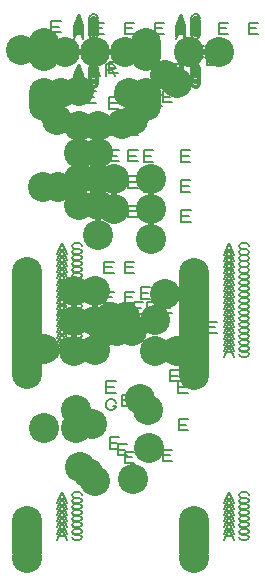
<source format=gbr>
G04 DesignSpark PCB PRO Gerber Version 10.0 Build 5299*
G04 #@! TF.Part,Single*
G04 #@! TF.FileFunction,Drillmap*
G04 #@! TF.FilePolarity,Positive*
%FSLAX35Y35*%
%MOIN*%
%ADD13C,0.00500*%
G04 #@! TA.AperFunction,WasherPad*
%ADD78C,0.10000*%
G04 #@! TD.AperFunction*
X0Y0D02*
D02*
D13*
X34284Y191526D02*
Y195276D01*
X37409D01*
X36784Y193401D02*
X34284D01*
Y191526D02*
X37409D01*
X36255Y22198D02*
X37817Y25948D01*
X39380Y22198D01*
X36880Y23760D02*
X38755D01*
X41255Y23135D02*
X41567Y22510D01*
X42192Y22198D01*
X43442D01*
X44067Y22510D01*
X44380Y23135D01*
X44067Y23760D01*
X43442Y24073D01*
X42192D01*
X41567Y24385D01*
X41255Y25010D01*
X41567Y25635D01*
X42192Y25948D01*
X43442D01*
X44067Y25635D01*
X44380Y25010D01*
X36255Y24415D02*
X37817Y28165D01*
X39380Y24415D01*
X36880Y25977D02*
X38755D01*
X41255Y25352D02*
X41567Y24727D01*
X42192Y24415D01*
X43442D01*
X44067Y24727D01*
X44380Y25352D01*
X44067Y25977D01*
X43442Y26290D01*
X42192D01*
X41567Y26602D01*
X41255Y27227D01*
X41567Y27852D01*
X42192Y28165D01*
X43442D01*
X44067Y27852D01*
X44380Y27227D01*
X36255Y26512D02*
X37817Y30262D01*
X39380Y26512D01*
X36880Y28075D02*
X38755D01*
X41255Y27450D02*
X41567Y26825D01*
X42192Y26512D01*
X43442D01*
X44067Y26825D01*
X44380Y27450D01*
X44067Y28075D01*
X43442Y28387D01*
X42192D01*
X41567Y28700D01*
X41255Y29325D01*
X41567Y29950D01*
X42192Y30262D01*
X43442D01*
X44067Y29950D01*
X44380Y29325D01*
X36255Y28512D02*
X37817Y32262D01*
X39380Y28512D01*
X36880Y30075D02*
X38755D01*
X41255Y29450D02*
X41567Y28825D01*
X42192Y28512D01*
X43442D01*
X44067Y28825D01*
X44380Y29450D01*
X44067Y30075D01*
X43442Y30387D01*
X42192D01*
X41567Y30700D01*
X41255Y31325D01*
X41567Y31950D01*
X42192Y32262D01*
X43442D01*
X44067Y31950D01*
X44380Y31325D01*
X36255Y30512D02*
X37817Y34262D01*
X39380Y30512D01*
X36880Y32075D02*
X38755D01*
X41255Y31450D02*
X41567Y30825D01*
X42192Y30512D01*
X43442D01*
X44067Y30825D01*
X44380Y31450D01*
X44067Y32075D01*
X43442Y32387D01*
X42192D01*
X41567Y32700D01*
X41255Y33325D01*
X41567Y33950D01*
X42192Y34262D01*
X43442D01*
X44067Y33950D01*
X44380Y33325D01*
X36255Y32512D02*
X37817Y36262D01*
X39380Y32512D01*
X36880Y34075D02*
X38755D01*
X41255Y33450D02*
X41567Y32825D01*
X42192Y32512D01*
X43442D01*
X44067Y32825D01*
X44380Y33450D01*
X44067Y34075D01*
X43442Y34387D01*
X42192D01*
X41567Y34700D01*
X41255Y35325D01*
X41567Y35950D01*
X42192Y36262D01*
X43442D01*
X44067Y35950D01*
X44380Y35325D01*
X36255Y34512D02*
X37817Y38262D01*
X39380Y34512D01*
X36880Y36075D02*
X38755D01*
X41255Y35450D02*
X41567Y34825D01*
X42192Y34512D01*
X43442D01*
X44067Y34825D01*
X44380Y35450D01*
X44067Y36075D01*
X43442Y36387D01*
X42192D01*
X41567Y36700D01*
X41255Y37325D01*
X41567Y37950D01*
X42192Y38262D01*
X43442D01*
X44067Y37950D01*
X44380Y37325D01*
X36255Y83369D02*
X37817Y87119D01*
X39380Y83369D01*
X36880Y84931D02*
X38755D01*
X41255Y84307D02*
X41567Y83681D01*
X42192Y83369D01*
X43442D01*
X44067Y83681D01*
X44380Y84307D01*
X44067Y84931D01*
X43442Y85244D01*
X42192D01*
X41567Y85557D01*
X41255Y86181D01*
X41567Y86807D01*
X42192Y87119D01*
X43442D01*
X44067Y86807D01*
X44380Y86181D01*
X36255Y85467D02*
X37817Y89217D01*
X39380Y85467D01*
X36880Y87029D02*
X38755D01*
X41255Y86404D02*
X41567Y85779D01*
X42192Y85467D01*
X43442D01*
X44067Y85779D01*
X44380Y86404D01*
X44067Y87029D01*
X43442Y87342D01*
X42192D01*
X41567Y87654D01*
X41255Y88279D01*
X41567Y88904D01*
X42192Y89217D01*
X43442D01*
X44067Y88904D01*
X44380Y88279D01*
X36255Y87467D02*
X37817Y91217D01*
X39380Y87467D01*
X36880Y89029D02*
X38755D01*
X41255Y88404D02*
X41567Y87779D01*
X42192Y87467D01*
X43442D01*
X44067Y87779D01*
X44380Y88404D01*
X44067Y89029D01*
X43442Y89342D01*
X42192D01*
X41567Y89654D01*
X41255Y90279D01*
X41567Y90904D01*
X42192Y91217D01*
X43442D01*
X44067Y90904D01*
X44380Y90279D01*
X36255Y89467D02*
X37817Y93217D01*
X39380Y89467D01*
X36880Y91029D02*
X38755D01*
X41255Y90404D02*
X41567Y89779D01*
X42192Y89467D01*
X43442D01*
X44067Y89779D01*
X44380Y90404D01*
X44067Y91029D01*
X43442Y91342D01*
X42192D01*
X41567Y91654D01*
X41255Y92279D01*
X41567Y92904D01*
X42192Y93217D01*
X43442D01*
X44067Y92904D01*
X44380Y92279D01*
X36255Y91467D02*
X37817Y95217D01*
X39380Y91467D01*
X36880Y93029D02*
X38755D01*
X41255Y92404D02*
X41567Y91779D01*
X42192Y91467D01*
X43442D01*
X44067Y91779D01*
X44380Y92404D01*
X44067Y93029D01*
X43442Y93342D01*
X42192D01*
X41567Y93654D01*
X41255Y94279D01*
X41567Y94904D01*
X42192Y95217D01*
X43442D01*
X44067Y94904D01*
X44380Y94279D01*
X36255Y93467D02*
X37817Y97217D01*
X39380Y93467D01*
X36880Y95029D02*
X38755D01*
X41255Y94404D02*
X41567Y93779D01*
X42192Y93467D01*
X43442D01*
X44067Y93779D01*
X44380Y94404D01*
X44067Y95029D01*
X43442Y95342D01*
X42192D01*
X41567Y95654D01*
X41255Y96279D01*
X41567Y96904D01*
X42192Y97217D01*
X43442D01*
X44067Y96904D01*
X44380Y96279D01*
X36255Y95467D02*
X37817Y99217D01*
X39380Y95467D01*
X36880Y97029D02*
X38755D01*
X41255Y96404D02*
X41567Y95779D01*
X42192Y95467D01*
X43442D01*
X44067Y95779D01*
X44380Y96404D01*
X44067Y97029D01*
X43442Y97342D01*
X42192D01*
X41567Y97654D01*
X41255Y98279D01*
X41567Y98904D01*
X42192Y99217D01*
X43442D01*
X44067Y98904D01*
X44380Y98279D01*
X36255Y97417D02*
X37817Y101167D01*
X39380Y97417D01*
X36880Y98980D02*
X38755D01*
X41255Y98355D02*
X41567Y97730D01*
X42192Y97417D01*
X43442D01*
X44067Y97730D01*
X44380Y98355D01*
X44067Y98980D01*
X43442Y99292D01*
X42192D01*
X41567Y99605D01*
X41255Y100230D01*
X41567Y100855D01*
X42192Y101167D01*
X43442D01*
X44067Y100855D01*
X44380Y100230D01*
X36255Y99417D02*
X37817Y103167D01*
X39380Y99417D01*
X36880Y100980D02*
X38755D01*
X41255Y100355D02*
X41567Y99730D01*
X42192Y99417D01*
X43442D01*
X44067Y99730D01*
X44380Y100355D01*
X44067Y100980D01*
X43442Y101292D01*
X42192D01*
X41567Y101605D01*
X41255Y102230D01*
X41567Y102855D01*
X42192Y103167D01*
X43442D01*
X44067Y102855D01*
X44380Y102230D01*
X36255Y101417D02*
X37817Y105167D01*
X39380Y101417D01*
X36880Y102980D02*
X38755D01*
X41255Y102355D02*
X41567Y101730D01*
X42192Y101417D01*
X43442D01*
X44067Y101730D01*
X44380Y102355D01*
X44067Y102980D01*
X43442Y103292D01*
X42192D01*
X41567Y103605D01*
X41255Y104230D01*
X41567Y104855D01*
X42192Y105167D01*
X43442D01*
X44067Y104855D01*
X44380Y104230D01*
X36255Y103417D02*
X37817Y107167D01*
X39380Y103417D01*
X36880Y104980D02*
X38755D01*
X41255Y104355D02*
X41567Y103730D01*
X42192Y103417D01*
X43442D01*
X44067Y103730D01*
X44380Y104355D01*
X44067Y104980D01*
X43442Y105292D01*
X42192D01*
X41567Y105605D01*
X41255Y106230D01*
X41567Y106855D01*
X42192Y107167D01*
X43442D01*
X44067Y106855D01*
X44380Y106230D01*
X36255Y105417D02*
X37817Y109167D01*
X39380Y105417D01*
X36880Y106980D02*
X38755D01*
X41255Y106355D02*
X41567Y105730D01*
X42192Y105417D01*
X43442D01*
X44067Y105730D01*
X44380Y106355D01*
X44067Y106980D01*
X43442Y107292D01*
X42192D01*
X41567Y107605D01*
X41255Y108230D01*
X41567Y108855D01*
X42192Y109167D01*
X43442D01*
X44067Y108855D01*
X44380Y108230D01*
X36255Y107417D02*
X37817Y111167D01*
X39380Y107417D01*
X36880Y108980D02*
X38755D01*
X41255Y108355D02*
X41567Y107730D01*
X42192Y107417D01*
X43442D01*
X44067Y107730D01*
X44380Y108355D01*
X44067Y108980D01*
X43442Y109292D01*
X42192D01*
X41567Y109605D01*
X41255Y110230D01*
X41567Y110855D01*
X42192Y111167D01*
X43442D01*
X44067Y110855D01*
X44380Y110230D01*
X36255Y109515D02*
X37817Y113265D01*
X39380Y109515D01*
X36880Y111077D02*
X38755D01*
X41255Y110452D02*
X41567Y109827D01*
X42192Y109515D01*
X43442D01*
X44067Y109827D01*
X44380Y110452D01*
X44067Y111077D01*
X43442Y111390D01*
X42192D01*
X41567Y111702D01*
X41255Y112327D01*
X41567Y112952D01*
X42192Y113265D01*
X43442D01*
X44067Y112952D01*
X44380Y112327D01*
X36255Y111515D02*
X37817Y115265D01*
X39380Y111515D01*
X36880Y113077D02*
X38755D01*
X41255Y112452D02*
X41567Y111827D01*
X42192Y111515D01*
X43442D01*
X44067Y111827D01*
X44380Y112452D01*
X44067Y113077D01*
X43442Y113390D01*
X42192D01*
X41567Y113702D01*
X41255Y114327D01*
X41567Y114952D01*
X42192Y115265D01*
X43442D01*
X44067Y114952D01*
X44380Y114327D01*
X36255Y113515D02*
X37817Y117265D01*
X39380Y113515D01*
X36880Y115077D02*
X38755D01*
X41255Y114452D02*
X41567Y113827D01*
X42192Y113515D01*
X43442D01*
X44067Y113827D01*
X44380Y114452D01*
X44067Y115077D01*
X43442Y115390D01*
X42192D01*
X41567Y115702D01*
X41255Y116327D01*
X41567Y116952D01*
X42192Y117265D01*
X43442D01*
X44067Y116952D01*
X44380Y116327D01*
X36255Y115515D02*
X37817Y119265D01*
X39380Y115515D01*
X36880Y117077D02*
X38755D01*
X41255Y116452D02*
X41567Y115827D01*
X42192Y115515D01*
X43442D01*
X44067Y115827D01*
X44380Y116452D01*
X44067Y117077D01*
X43442Y117390D01*
X42192D01*
X41567Y117702D01*
X41255Y118327D01*
X41567Y118952D01*
X42192Y119265D01*
X43442D01*
X44067Y118952D01*
X44380Y118327D01*
X36255Y117515D02*
X37817Y121265D01*
X39380Y117515D01*
X36880Y119077D02*
X38755D01*
X41255Y118452D02*
X41567Y117827D01*
X42192Y117515D01*
X43442D01*
X44067Y117827D01*
X44380Y118452D01*
X44067Y119077D01*
X43442Y119390D01*
X42192D01*
X41567Y119702D01*
X41255Y120327D01*
X41567Y120952D01*
X42192Y121265D01*
X43442D01*
X44067Y120952D01*
X44380Y120327D01*
X43835Y147314D02*
X44772D01*
Y147002D01*
X44460Y146377D01*
X44147Y146064D01*
X43522Y145752D01*
X42897D01*
X42272Y146064D01*
X41960Y146377D01*
X41647Y147002D01*
Y148252D01*
X41960Y148877D01*
X42272Y149189D01*
X42897Y149502D01*
X43522D01*
X44147Y149189D01*
X44460Y148877D01*
X44772Y148252D01*
X43945Y93399D02*
X44883D01*
Y93087D01*
X44570Y92462D01*
X44257Y92149D01*
X43633Y91837D01*
X43007D01*
X42383Y92149D01*
X42070Y92462D01*
X41757Y93087D01*
Y94337D01*
X42070Y94962D01*
X42383Y95274D01*
X43007Y95587D01*
X43633D01*
X44257Y95274D01*
X44570Y94962D01*
X44883Y94337D01*
X41795Y172928D02*
X43358Y176678D01*
X44920Y172928D01*
X42420Y174491D02*
X44295D01*
X48983D02*
X49920D01*
Y174178D01*
X49608Y173553D01*
X49295Y173241D01*
X48670Y172928D01*
X48045D01*
X47420Y173241D01*
X47108Y173553D01*
X46795Y174178D01*
Y175428D01*
X47108Y176053D01*
X47420Y176366D01*
X48045Y176678D01*
X48670D01*
X49295Y176366D01*
X49608Y176053D01*
X49920Y175428D01*
X41795Y173704D02*
X43358Y177454D01*
X44920Y173704D01*
X42420Y175266D02*
X44295D01*
X48983D02*
X49920D01*
Y174954D01*
X49608Y174329D01*
X49295Y174016D01*
X48670Y173704D01*
X48045D01*
X47420Y174016D01*
X47108Y174329D01*
X46795Y174954D01*
Y176204D01*
X47108Y176829D01*
X47420Y177141D01*
X48045Y177454D01*
X48670D01*
X49295Y177141D01*
X49608Y176829D01*
X49920Y176204D01*
X41795Y174503D02*
X43358Y178253D01*
X44920Y174503D01*
X42420Y176065D02*
X44295D01*
X48983D02*
X49920D01*
Y175753D01*
X49608Y175128D01*
X49295Y174815D01*
X48670Y174503D01*
X48045D01*
X47420Y174815D01*
X47108Y175128D01*
X46795Y175753D01*
Y177003D01*
X47108Y177628D01*
X47420Y177941D01*
X48045Y178253D01*
X48670D01*
X49295Y177941D01*
X49608Y177628D01*
X49920Y177003D01*
X41795Y175093D02*
X43358Y178843D01*
X44920Y175093D01*
X42420Y176656D02*
X44295D01*
X48983D02*
X49920D01*
Y176343D01*
X49608Y175719D01*
X49295Y175406D01*
X48670Y175093D01*
X48045D01*
X47420Y175406D01*
X47108Y175719D01*
X46795Y176343D01*
Y177593D01*
X47108Y178219D01*
X47420Y178531D01*
X48045Y178843D01*
X48670D01*
X49295Y178531D01*
X49608Y178219D01*
X49920Y177593D01*
X41795Y175684D02*
X43358Y179434D01*
X44920Y175684D01*
X42420Y177246D02*
X44295D01*
X48983D02*
X49920D01*
Y176934D01*
X49608Y176309D01*
X49295Y175996D01*
X48670Y175684D01*
X48045D01*
X47420Y175996D01*
X47108Y176309D01*
X46795Y176934D01*
Y178184D01*
X47108Y178809D01*
X47420Y179122D01*
X48045Y179434D01*
X48670D01*
X49295Y179122D01*
X49608Y178809D01*
X49920Y178184D01*
X41795Y176471D02*
X43358Y180221D01*
X44920Y176471D01*
X42420Y178034D02*
X44295D01*
X48983D02*
X49920D01*
Y177721D01*
X49608Y177096D01*
X49295Y176784D01*
X48670Y176471D01*
X48045D01*
X47420Y176784D01*
X47108Y177096D01*
X46795Y177721D01*
Y178971D01*
X47108Y179596D01*
X47420Y179909D01*
X48045Y180221D01*
X48670D01*
X49295Y179909D01*
X49608Y179596D01*
X49920Y178971D01*
X41795Y177259D02*
X43358Y181009D01*
X44920Y177259D01*
X42420Y178821D02*
X44295D01*
X48983D02*
X49920D01*
Y178509D01*
X49608Y177884D01*
X49295Y177571D01*
X48670Y177259D01*
X48045D01*
X47420Y177571D01*
X47108Y177884D01*
X46795Y178509D01*
Y179759D01*
X47108Y180384D01*
X47420Y180696D01*
X48045Y181009D01*
X48670D01*
X49295Y180696D01*
X49608Y180384D01*
X49920Y179759D01*
X41795Y189385D02*
X43358Y193135D01*
X44920Y189385D01*
X42420Y190947D02*
X44295D01*
X48983D02*
X49920D01*
Y190635D01*
X49608Y190010D01*
X49295Y189697D01*
X48670Y189385D01*
X48045D01*
X47420Y189697D01*
X47108Y190010D01*
X46795Y190635D01*
Y191885D01*
X47108Y192510D01*
X47420Y192822D01*
X48045Y193135D01*
X48670D01*
X49295Y192822D01*
X49608Y192510D01*
X49920Y191885D01*
X41795Y190172D02*
X43358Y193922D01*
X44920Y190172D01*
X42420Y191735D02*
X44295D01*
X48983D02*
X49920D01*
Y191422D01*
X49608Y190797D01*
X49295Y190485D01*
X48670Y190172D01*
X48045D01*
X47420Y190485D01*
X47108Y190797D01*
X46795Y191422D01*
Y192672D01*
X47108Y193297D01*
X47420Y193610D01*
X48045Y193922D01*
X48670D01*
X49295Y193610D01*
X49608Y193297D01*
X49920Y192672D01*
X41795Y190959D02*
X43358Y194709D01*
X44920Y190959D01*
X42420Y192522D02*
X44295D01*
X48983D02*
X49920D01*
Y192209D01*
X49608Y191585D01*
X49295Y191272D01*
X48670Y190959D01*
X48045D01*
X47420Y191272D01*
X47108Y191585D01*
X46795Y192209D01*
Y193459D01*
X47108Y194085D01*
X47420Y194397D01*
X48045Y194709D01*
X48670D01*
X49295Y194397D01*
X49608Y194085D01*
X49920Y193459D01*
X41795Y191550D02*
X43358Y195300D01*
X44920Y191550D01*
X42420Y193113D02*
X44295D01*
X48983D02*
X49920D01*
Y192800D01*
X49608Y192175D01*
X49295Y191863D01*
X48670Y191550D01*
X48045D01*
X47420Y191863D01*
X47108Y192175D01*
X46795Y192800D01*
Y194050D01*
X47108Y194675D01*
X47420Y194988D01*
X48045Y195300D01*
X48670D01*
X49295Y194988D01*
X49608Y194675D01*
X49920Y194050D01*
X41795Y192141D02*
X43358Y195891D01*
X44920Y192141D01*
X42420Y193703D02*
X44295D01*
X48983D02*
X49920D01*
Y193391D01*
X49608Y192766D01*
X49295Y192453D01*
X48670Y192141D01*
X48045D01*
X47420Y192453D01*
X47108Y192766D01*
X46795Y193391D01*
Y194641D01*
X47108Y195266D01*
X47420Y195578D01*
X48045Y195891D01*
X48670D01*
X49295Y195578D01*
X49608Y195266D01*
X49920Y194641D01*
X41795Y192928D02*
X43358Y196678D01*
X44920Y192928D01*
X42420Y194491D02*
X44295D01*
X48983D02*
X49920D01*
Y194178D01*
X49608Y193553D01*
X49295Y193241D01*
X48670Y192928D01*
X48045D01*
X47420Y193241D01*
X47108Y193553D01*
X46795Y194178D01*
Y195428D01*
X47108Y196053D01*
X47420Y196366D01*
X48045Y196678D01*
X48670D01*
X49295Y196366D01*
X49608Y196053D01*
X49920Y195428D01*
X41795Y193715D02*
X43358Y197465D01*
X44920Y193715D01*
X42420Y195278D02*
X44295D01*
X48983D02*
X49920D01*
Y194965D01*
X49608Y194341D01*
X49295Y194028D01*
X48670Y193715D01*
X48045D01*
X47420Y194028D01*
X47108Y194341D01*
X46795Y194965D01*
Y196215D01*
X47108Y196841D01*
X47420Y197153D01*
X48045Y197465D01*
X48670D01*
X49295Y197153D01*
X49608Y196841D01*
X49920Y196215D01*
X44194Y67066D02*
X45132D01*
Y66753D01*
X44820Y66128D01*
X44507Y65816D01*
X43882Y65503D01*
X43257D01*
X42632Y65816D01*
X42320Y66128D01*
X42007Y66753D01*
Y68003D01*
X42320Y68628D01*
X42632Y68941D01*
X43257Y69253D01*
X43882D01*
X44507Y68941D01*
X44820Y68628D01*
X45132Y68003D01*
X46140Y168063D02*
Y171813D01*
X49265D01*
X48640Y169938D02*
X46140D01*
Y168063D02*
X49265D01*
X48563Y147314D02*
X49500D01*
Y147002D01*
X49188Y146377D01*
X48875Y146064D01*
X48250Y145752D01*
X47625D01*
X47000Y146064D01*
X46688Y146377D01*
X46375Y147002D01*
Y148252D01*
X46688Y148877D01*
X47000Y149189D01*
X47625Y149502D01*
X48250D01*
X48875Y149189D01*
X49188Y148877D01*
X49500Y148252D01*
X47425Y177062D02*
X48988Y180812D01*
X50550Y177062D01*
X48050Y178624D02*
X49925D01*
X52425Y177062D02*
Y180812D01*
X54613D01*
X55238Y180500D01*
X55550Y179874D01*
X55238Y179250D01*
X54613Y178937D01*
X52425D01*
X54613D02*
X55550Y177062D01*
X48779Y190902D02*
Y194652D01*
X51904D01*
X51279Y192777D02*
X48779D01*
Y190902D02*
X51904D01*
X51991Y91337D02*
Y95087D01*
X55117D01*
X54491Y93213D02*
X51991D01*
Y91337D02*
X55117D01*
X51991Y101322D02*
Y105072D01*
X55117D01*
X54491Y103197D02*
X51991D01*
Y101322D02*
X55117D01*
X51991Y111306D02*
Y115056D01*
X55117D01*
X54491Y113181D02*
X51991D01*
Y111306D02*
X55117D01*
X54803Y67066D02*
X55741D01*
Y66753D01*
X55428Y66128D01*
X55115Y65816D01*
X54491Y65503D01*
X53865D01*
X53241Y65816D01*
X52928Y66128D01*
X52615Y66753D01*
Y68003D01*
X52928Y68628D01*
X53241Y68941D01*
X53865Y69253D01*
X54491D01*
X55115Y68941D01*
X55428Y68628D01*
X55741Y68003D01*
X52615Y71369D02*
Y75119D01*
X55741D01*
X55115Y73244D02*
X52615D01*
Y71369D02*
X55741D01*
X53379Y177836D02*
Y181586D01*
X56504D01*
X55879Y179711D02*
X53379D01*
Y177836D02*
X56504D01*
X53628Y139733D02*
Y143483D01*
X56754D01*
X56128Y141608D02*
X53628D01*
Y139733D02*
X56754D01*
X53628Y148469D02*
Y152219D01*
X56754D01*
X56128Y150344D02*
X53628D01*
Y148469D02*
X56754D01*
X53628Y157205D02*
Y160955D01*
X56754D01*
X56128Y159080D02*
X53628D01*
Y157205D02*
X56754D01*
X53628Y166066D02*
Y169816D01*
X56754D01*
X56128Y167941D02*
X53628D01*
Y166066D02*
X56754D01*
X53803Y52698D02*
Y56448D01*
X56928D01*
X56303Y54573D02*
X53803D01*
Y52698D02*
X56928D01*
X56424Y50527D02*
Y54277D01*
X59550D01*
X58924Y52402D02*
X56424D01*
Y50527D02*
X59550D01*
X57732Y67001D02*
Y70751D01*
X60857D01*
X60232Y68876D02*
X57732D01*
Y67001D02*
X60857D01*
X58731Y91462D02*
Y95212D01*
X61856D01*
X61231Y93337D02*
X58731D01*
Y91462D02*
X61856D01*
X58731Y101322D02*
Y105072D01*
X61856D01*
X61231Y103197D02*
X58731D01*
Y101322D02*
X61856D01*
X58803Y47898D02*
Y51648D01*
X61928D01*
X61303Y49774D02*
X58803D01*
Y47898D02*
X61928D01*
X58803Y190999D02*
Y194749D01*
X61928D01*
X61303Y192874D02*
X58803D01*
Y190999D02*
X61928D01*
X58856Y111306D02*
Y115056D01*
X61981D01*
X61356Y113181D02*
X58856D01*
Y111306D02*
X61981D01*
X59979Y129902D02*
Y133652D01*
X63104D01*
X62479Y131777D02*
X59979D01*
Y129902D02*
X63104D01*
X59993Y139733D02*
Y143483D01*
X63119D01*
X62493Y141608D02*
X59993D01*
Y139733D02*
X63119D01*
X59993Y148469D02*
Y152219D01*
X63119D01*
X62493Y150344D02*
X59993D01*
Y148469D02*
X63119D01*
X59993Y157205D02*
Y160955D01*
X63119D01*
X62493Y159080D02*
X59993D01*
Y157205D02*
X63119D01*
X59993Y166066D02*
Y169816D01*
X63119D01*
X62493Y167941D02*
X59993D01*
Y166066D02*
X63119D01*
X61722Y97698D02*
Y101448D01*
X64847D01*
X64222Y99573D02*
X61722D01*
Y97698D02*
X64847D01*
X64097Y102694D02*
Y106444D01*
X67222D01*
X66597Y104570D02*
X64097D01*
Y102694D02*
X67222D01*
X65029Y148420D02*
Y152170D01*
X68154D01*
X67529Y150295D02*
X65029D01*
Y148420D02*
X68154D01*
X65096Y138420D02*
Y142170D01*
X68221D01*
X67596Y140295D02*
X65096D01*
Y138420D02*
X68221D01*
X66344Y97702D02*
Y101452D01*
X69469D01*
X68844Y99578D02*
X66344D01*
Y97702D02*
X69469D01*
X67975Y166940D02*
Y170690D01*
X71100D01*
X70475Y168815D02*
X67975D01*
Y166940D02*
X71100D01*
X68715Y102694D02*
Y106444D01*
X71840D01*
X71215Y104570D02*
X68715D01*
Y102694D02*
X71840D01*
X68803Y190999D02*
Y194749D01*
X71928D01*
X71303Y192874D02*
X68803D01*
Y190999D02*
X71928D01*
X70181Y177062D02*
X71744Y180812D01*
X73306Y177062D01*
X70806Y178624D02*
X72681D01*
X75181Y177062D02*
Y180812D01*
X77369D01*
X77994Y180500D01*
X78306Y179874D01*
X77994Y179250D01*
X77369Y178937D01*
X75181D01*
X77369D02*
X78306Y177062D01*
X71336Y97827D02*
Y101577D01*
X74461D01*
X73836Y99702D02*
X71336D01*
Y97827D02*
X74461D01*
X71350Y168188D02*
Y171938D01*
X74476D01*
X73850Y170063D02*
X71350D01*
Y168188D02*
X74476D01*
X71424Y48655D02*
Y52405D01*
X74550D01*
X73924Y50530D02*
X71424D01*
Y48655D02*
X74550D01*
X73924Y75198D02*
Y78948D01*
X77050D01*
X76424Y77073D02*
X73924D01*
Y75198D02*
X77050D01*
X75811Y172928D02*
X77374Y176678D01*
X78936Y172928D01*
X76436Y174491D02*
X78311D01*
X82998D02*
X83936D01*
Y174178D01*
X83624Y173553D01*
X83311Y173241D01*
X82686Y172928D01*
X82061D01*
X81436Y173241D01*
X81124Y173553D01*
X80811Y174178D01*
Y175428D01*
X81124Y176053D01*
X81436Y176366D01*
X82061Y176678D01*
X82686D01*
X83311Y176366D01*
X83624Y176053D01*
X83936Y175428D01*
X75811Y173704D02*
X77374Y177454D01*
X78936Y173704D01*
X76436Y175266D02*
X78311D01*
X82998D02*
X83936D01*
Y174954D01*
X83624Y174329D01*
X83311Y174016D01*
X82686Y173704D01*
X82061D01*
X81436Y174016D01*
X81124Y174329D01*
X80811Y174954D01*
Y176204D01*
X81124Y176829D01*
X81436Y177141D01*
X82061Y177454D01*
X82686D01*
X83311Y177141D01*
X83624Y176829D01*
X83936Y176204D01*
X75811Y174503D02*
X77374Y178253D01*
X78936Y174503D01*
X76436Y176065D02*
X78311D01*
X82998D02*
X83936D01*
Y175753D01*
X83624Y175128D01*
X83311Y174815D01*
X82686Y174503D01*
X82061D01*
X81436Y174815D01*
X81124Y175128D01*
X80811Y175753D01*
Y177003D01*
X81124Y177628D01*
X81436Y177941D01*
X82061Y178253D01*
X82686D01*
X83311Y177941D01*
X83624Y177628D01*
X83936Y177003D01*
X75811Y175093D02*
X77374Y178843D01*
X78936Y175093D01*
X76436Y176656D02*
X78311D01*
X82998D02*
X83936D01*
Y176343D01*
X83624Y175719D01*
X83311Y175406D01*
X82686Y175093D01*
X82061D01*
X81436Y175406D01*
X81124Y175719D01*
X80811Y176343D01*
Y177593D01*
X81124Y178219D01*
X81436Y178531D01*
X82061Y178843D01*
X82686D01*
X83311Y178531D01*
X83624Y178219D01*
X83936Y177593D01*
X75811Y175684D02*
X77374Y179434D01*
X78936Y175684D01*
X76436Y177246D02*
X78311D01*
X82998D02*
X83936D01*
Y176934D01*
X83624Y176309D01*
X83311Y175996D01*
X82686Y175684D01*
X82061D01*
X81436Y175996D01*
X81124Y176309D01*
X80811Y176934D01*
Y178184D01*
X81124Y178809D01*
X81436Y179122D01*
X82061Y179434D01*
X82686D01*
X83311Y179122D01*
X83624Y178809D01*
X83936Y178184D01*
X75811Y176471D02*
X77374Y180221D01*
X78936Y176471D01*
X76436Y178034D02*
X78311D01*
X82998D02*
X83936D01*
Y177721D01*
X83624Y177096D01*
X83311Y176784D01*
X82686Y176471D01*
X82061D01*
X81436Y176784D01*
X81124Y177096D01*
X80811Y177721D01*
Y178971D01*
X81124Y179596D01*
X81436Y179909D01*
X82061Y180221D01*
X82686D01*
X83311Y179909D01*
X83624Y179596D01*
X83936Y178971D01*
X75811Y177259D02*
X77374Y181009D01*
X78936Y177259D01*
X76436Y178821D02*
X78311D01*
X82998D02*
X83936D01*
Y178509D01*
X83624Y177884D01*
X83311Y177571D01*
X82686Y177259D01*
X82061D01*
X81436Y177571D01*
X81124Y177884D01*
X80811Y178509D01*
Y179759D01*
X81124Y180384D01*
X81436Y180696D01*
X82061Y181009D01*
X82686D01*
X83311Y180696D01*
X83624Y180384D01*
X83936Y179759D01*
X75811Y189385D02*
X77374Y193135D01*
X78936Y189385D01*
X76436Y190947D02*
X78311D01*
X82998D02*
X83936D01*
Y190635D01*
X83624Y190010D01*
X83311Y189697D01*
X82686Y189385D01*
X82061D01*
X81436Y189697D01*
X81124Y190010D01*
X80811Y190635D01*
Y191885D01*
X81124Y192510D01*
X81436Y192822D01*
X82061Y193135D01*
X82686D01*
X83311Y192822D01*
X83624Y192510D01*
X83936Y191885D01*
X75811Y190172D02*
X77374Y193922D01*
X78936Y190172D01*
X76436Y191735D02*
X78311D01*
X82998D02*
X83936D01*
Y191422D01*
X83624Y190797D01*
X83311Y190485D01*
X82686Y190172D01*
X82061D01*
X81436Y190485D01*
X81124Y190797D01*
X80811Y191422D01*
Y192672D01*
X81124Y193297D01*
X81436Y193610D01*
X82061Y193922D01*
X82686D01*
X83311Y193610D01*
X83624Y193297D01*
X83936Y192672D01*
X75811Y190959D02*
X77374Y194709D01*
X78936Y190959D01*
X76436Y192522D02*
X78311D01*
X82998D02*
X83936D01*
Y192209D01*
X83624Y191585D01*
X83311Y191272D01*
X82686Y190959D01*
X82061D01*
X81436Y191272D01*
X81124Y191585D01*
X80811Y192209D01*
Y193459D01*
X81124Y194085D01*
X81436Y194397D01*
X82061Y194709D01*
X82686D01*
X83311Y194397D01*
X83624Y194085D01*
X83936Y193459D01*
X75811Y191550D02*
X77374Y195300D01*
X78936Y191550D01*
X76436Y193113D02*
X78311D01*
X82998D02*
X83936D01*
Y192800D01*
X83624Y192175D01*
X83311Y191863D01*
X82686Y191550D01*
X82061D01*
X81436Y191863D01*
X81124Y192175D01*
X80811Y192800D01*
Y194050D01*
X81124Y194675D01*
X81436Y194988D01*
X82061Y195300D01*
X82686D01*
X83311Y194988D01*
X83624Y194675D01*
X83936Y194050D01*
X75811Y192141D02*
X77374Y195891D01*
X78936Y192141D01*
X76436Y193703D02*
X78311D01*
X82998D02*
X83936D01*
Y193391D01*
X83624Y192766D01*
X83311Y192453D01*
X82686Y192141D01*
X82061D01*
X81436Y192453D01*
X81124Y192766D01*
X80811Y193391D01*
Y194641D01*
X81124Y195266D01*
X81436Y195578D01*
X82061Y195891D01*
X82686D01*
X83311Y195578D01*
X83624Y195266D01*
X83936Y194641D01*
X75811Y192928D02*
X77374Y196678D01*
X78936Y192928D01*
X76436Y194491D02*
X78311D01*
X82998D02*
X83936D01*
Y194178D01*
X83624Y193553D01*
X83311Y193241D01*
X82686Y192928D01*
X82061D01*
X81436Y193241D01*
X81124Y193553D01*
X80811Y194178D01*
Y195428D01*
X81124Y196053D01*
X81436Y196366D01*
X82061Y196678D01*
X82686D01*
X83311Y196366D01*
X83624Y196053D01*
X83936Y195428D01*
X75811Y193715D02*
X77374Y197465D01*
X78936Y193715D01*
X76436Y195278D02*
X78311D01*
X82998D02*
X83936D01*
Y194965D01*
X83624Y194341D01*
X83311Y194028D01*
X82686Y193715D01*
X82061D01*
X81436Y194028D01*
X81124Y194341D01*
X80811Y194965D01*
Y196215D01*
X81124Y196841D01*
X81436Y197153D01*
X82061Y197465D01*
X82686D01*
X83311Y197153D01*
X83624Y196841D01*
X83936Y196215D01*
X76578Y71369D02*
Y75119D01*
X79703D01*
X79078Y73244D02*
X76578D01*
Y71369D02*
X79703D01*
X76702Y58764D02*
Y62514D01*
X79828D01*
X79202Y60639D02*
X76702D01*
Y58764D02*
X79828D01*
X77529Y138420D02*
Y142170D01*
X80654D01*
X80029Y140295D02*
X77529D01*
Y138420D02*
X80654D01*
X77529Y148420D02*
Y152170D01*
X80654D01*
X80029Y150295D02*
X77529D01*
Y148420D02*
X80654D01*
X77576Y128404D02*
Y132154D01*
X80701D01*
X80076Y130279D02*
X77576D01*
Y128404D02*
X80701D01*
X78949Y91337D02*
Y95087D01*
X82074D01*
X81449Y93213D02*
X78949D01*
Y91337D02*
X82074D01*
X78949Y101446D02*
Y105196D01*
X82074D01*
X81449Y103322D02*
X78949D01*
Y101446D02*
X82074D01*
X82208Y110307D02*
Y114057D01*
X85333D01*
X84708Y112183D02*
X82208D01*
Y110307D02*
X85333D01*
X82208Y183196D02*
Y186946D01*
X85333D01*
X84708Y185071D02*
X82208D01*
Y183196D02*
X85333D01*
X86312Y91337D02*
Y95087D01*
X89437D01*
X88812Y93213D02*
X86312D01*
Y91337D02*
X89437D01*
X86312Y180696D02*
Y184446D01*
X89437D01*
X88812Y182572D02*
X86312D01*
Y180696D02*
X89437D01*
X90029Y190920D02*
Y194670D01*
X93154D01*
X92529Y192795D02*
X90029D01*
Y190920D02*
X93154D01*
X91917Y24415D02*
X93480Y28165D01*
X95042Y24415D01*
X92542Y25977D02*
X94417D01*
X96917Y25352D02*
X97230Y24727D01*
X97854Y24415D01*
X99104D01*
X99730Y24727D01*
X100042Y25352D01*
X99730Y25977D01*
X99104Y26290D01*
X97854D01*
X97230Y26602D01*
X96917Y27227D01*
X97230Y27852D01*
X97854Y28165D01*
X99104D01*
X99730Y27852D01*
X100042Y27227D01*
X91917Y26512D02*
X93480Y30262D01*
X95042Y26512D01*
X92542Y28075D02*
X94417D01*
X96917Y27450D02*
X97230Y26825D01*
X97854Y26512D01*
X99104D01*
X99730Y26825D01*
X100042Y27450D01*
X99730Y28075D01*
X99104Y28387D01*
X97854D01*
X97230Y28700D01*
X96917Y29325D01*
X97230Y29950D01*
X97854Y30262D01*
X99104D01*
X99730Y29950D01*
X100042Y29325D01*
X91917Y28512D02*
X93480Y32262D01*
X95042Y28512D01*
X92542Y30075D02*
X94417D01*
X96917Y29450D02*
X97230Y28825D01*
X97854Y28512D01*
X99104D01*
X99730Y28825D01*
X100042Y29450D01*
X99730Y30075D01*
X99104Y30387D01*
X97854D01*
X97230Y30700D01*
X96917Y31325D01*
X97230Y31950D01*
X97854Y32262D01*
X99104D01*
X99730Y31950D01*
X100042Y31325D01*
X91917Y30512D02*
X93480Y34262D01*
X95042Y30512D01*
X92542Y32075D02*
X94417D01*
X96917Y31450D02*
X97230Y30825D01*
X97854Y30512D01*
X99104D01*
X99730Y30825D01*
X100042Y31450D01*
X99730Y32075D01*
X99104Y32387D01*
X97854D01*
X97230Y32700D01*
X96917Y33325D01*
X97230Y33950D01*
X97854Y34262D01*
X99104D01*
X99730Y33950D01*
X100042Y33325D01*
X91917Y32512D02*
X93480Y36262D01*
X95042Y32512D01*
X92542Y34075D02*
X94417D01*
X96917Y33450D02*
X97230Y32825D01*
X97854Y32512D01*
X99104D01*
X99730Y32825D01*
X100042Y33450D01*
X99730Y34075D01*
X99104Y34387D01*
X97854D01*
X97230Y34700D01*
X96917Y35325D01*
X97230Y35950D01*
X97854Y36262D01*
X99104D01*
X99730Y35950D01*
X100042Y35325D01*
X91917Y34512D02*
X93480Y38262D01*
X95042Y34512D01*
X92542Y36075D02*
X94417D01*
X96917Y35450D02*
X97230Y34825D01*
X97854Y34512D01*
X99104D01*
X99730Y34825D01*
X100042Y35450D01*
X99730Y36075D01*
X99104Y36387D01*
X97854D01*
X97230Y36700D01*
X96917Y37325D01*
X97230Y37950D01*
X97854Y38262D01*
X99104D01*
X99730Y37950D01*
X100042Y37325D01*
X91917Y83205D02*
X93480Y86955D01*
X95042Y83205D01*
X92542Y84768D02*
X94417D01*
X96917Y84143D02*
X97230Y83518D01*
X97854Y83205D01*
X99104D01*
X99730Y83518D01*
X100042Y84143D01*
X99730Y84768D01*
X99104Y85080D01*
X97854D01*
X97230Y85393D01*
X96917Y86018D01*
X97230Y86643D01*
X97854Y86955D01*
X99104D01*
X99730Y86643D01*
X100042Y86018D01*
X91917Y85303D02*
X93480Y89053D01*
X95042Y85303D01*
X92542Y86865D02*
X94417D01*
X96917Y86241D02*
X97230Y85615D01*
X97854Y85303D01*
X99104D01*
X99730Y85615D01*
X100042Y86241D01*
X99730Y86865D01*
X99104Y87178D01*
X97854D01*
X97230Y87491D01*
X96917Y88115D01*
X97230Y88741D01*
X97854Y89053D01*
X99104D01*
X99730Y88741D01*
X100042Y88115D01*
X91917Y87303D02*
X93480Y91053D01*
X95042Y87303D01*
X92542Y88865D02*
X94417D01*
X96917Y88241D02*
X97230Y87615D01*
X97854Y87303D01*
X99104D01*
X99730Y87615D01*
X100042Y88241D01*
X99730Y88865D01*
X99104Y89178D01*
X97854D01*
X97230Y89491D01*
X96917Y90115D01*
X97230Y90741D01*
X97854Y91053D01*
X99104D01*
X99730Y90741D01*
X100042Y90115D01*
X91917Y89303D02*
X93480Y93053D01*
X95042Y89303D01*
X92542Y90865D02*
X94417D01*
X96917Y90241D02*
X97230Y89615D01*
X97854Y89303D01*
X99104D01*
X99730Y89615D01*
X100042Y90241D01*
X99730Y90865D01*
X99104Y91178D01*
X97854D01*
X97230Y91491D01*
X96917Y92115D01*
X97230Y92741D01*
X97854Y93053D01*
X99104D01*
X99730Y92741D01*
X100042Y92115D01*
X91917Y91303D02*
X93480Y95053D01*
X95042Y91303D01*
X92542Y92865D02*
X94417D01*
X96917Y92241D02*
X97230Y91615D01*
X97854Y91303D01*
X99104D01*
X99730Y91615D01*
X100042Y92241D01*
X99730Y92865D01*
X99104Y93178D01*
X97854D01*
X97230Y93491D01*
X96917Y94115D01*
X97230Y94741D01*
X97854Y95053D01*
X99104D01*
X99730Y94741D01*
X100042Y94115D01*
X91917Y93303D02*
X93480Y97053D01*
X95042Y93303D01*
X92542Y94865D02*
X94417D01*
X96917Y94241D02*
X97230Y93615D01*
X97854Y93303D01*
X99104D01*
X99730Y93615D01*
X100042Y94241D01*
X99730Y94865D01*
X99104Y95178D01*
X97854D01*
X97230Y95491D01*
X96917Y96115D01*
X97230Y96741D01*
X97854Y97053D01*
X99104D01*
X99730Y96741D01*
X100042Y96115D01*
X91917Y95303D02*
X93480Y99053D01*
X95042Y95303D01*
X92542Y96865D02*
X94417D01*
X96917Y96241D02*
X97230Y95615D01*
X97854Y95303D01*
X99104D01*
X99730Y95615D01*
X100042Y96241D01*
X99730Y96865D01*
X99104Y97178D01*
X97854D01*
X97230Y97491D01*
X96917Y98115D01*
X97230Y98741D01*
X97854Y99053D01*
X99104D01*
X99730Y98741D01*
X100042Y98115D01*
X91917Y97253D02*
X93480Y101003D01*
X95042Y97253D01*
X92542Y98816D02*
X94417D01*
X96917Y98191D02*
X97230Y97566D01*
X97854Y97253D01*
X99104D01*
X99730Y97566D01*
X100042Y98191D01*
X99730Y98816D01*
X99104Y99128D01*
X97854D01*
X97230Y99441D01*
X96917Y100066D01*
X97230Y100691D01*
X97854Y101003D01*
X99104D01*
X99730Y100691D01*
X100042Y100066D01*
X91917Y99253D02*
X93480Y103003D01*
X95042Y99253D01*
X92542Y100816D02*
X94417D01*
X96917Y100191D02*
X97230Y99566D01*
X97854Y99253D01*
X99104D01*
X99730Y99566D01*
X100042Y100191D01*
X99730Y100816D01*
X99104Y101128D01*
X97854D01*
X97230Y101441D01*
X96917Y102066D01*
X97230Y102691D01*
X97854Y103003D01*
X99104D01*
X99730Y102691D01*
X100042Y102066D01*
X91917Y101253D02*
X93480Y105003D01*
X95042Y101253D01*
X92542Y102816D02*
X94417D01*
X96917Y102191D02*
X97230Y101566D01*
X97854Y101253D01*
X99104D01*
X99730Y101566D01*
X100042Y102191D01*
X99730Y102816D01*
X99104Y103128D01*
X97854D01*
X97230Y103441D01*
X96917Y104066D01*
X97230Y104691D01*
X97854Y105003D01*
X99104D01*
X99730Y104691D01*
X100042Y104066D01*
X91917Y103253D02*
X93480Y107003D01*
X95042Y103253D01*
X92542Y104816D02*
X94417D01*
X96917Y104191D02*
X97230Y103566D01*
X97854Y103253D01*
X99104D01*
X99730Y103566D01*
X100042Y104191D01*
X99730Y104816D01*
X99104Y105128D01*
X97854D01*
X97230Y105441D01*
X96917Y106066D01*
X97230Y106691D01*
X97854Y107003D01*
X99104D01*
X99730Y106691D01*
X100042Y106066D01*
X91917Y105253D02*
X93480Y109003D01*
X95042Y105253D01*
X92542Y106816D02*
X94417D01*
X96917Y106191D02*
X97230Y105566D01*
X97854Y105253D01*
X99104D01*
X99730Y105566D01*
X100042Y106191D01*
X99730Y106816D01*
X99104Y107128D01*
X97854D01*
X97230Y107441D01*
X96917Y108066D01*
X97230Y108691D01*
X97854Y109003D01*
X99104D01*
X99730Y108691D01*
X100042Y108066D01*
X91917Y107253D02*
X93480Y111003D01*
X95042Y107253D01*
X92542Y108816D02*
X94417D01*
X96917Y108191D02*
X97230Y107566D01*
X97854Y107253D01*
X99104D01*
X99730Y107566D01*
X100042Y108191D01*
X99730Y108816D01*
X99104Y109128D01*
X97854D01*
X97230Y109441D01*
X96917Y110066D01*
X97230Y110691D01*
X97854Y111003D01*
X99104D01*
X99730Y110691D01*
X100042Y110066D01*
X91917Y109351D02*
X93480Y113101D01*
X95042Y109351D01*
X92542Y110913D02*
X94417D01*
X96917Y110289D02*
X97230Y109663D01*
X97854Y109351D01*
X99104D01*
X99730Y109663D01*
X100042Y110289D01*
X99730Y110913D01*
X99104Y111226D01*
X97854D01*
X97230Y111539D01*
X96917Y112163D01*
X97230Y112789D01*
X97854Y113101D01*
X99104D01*
X99730Y112789D01*
X100042Y112163D01*
X91917Y111351D02*
X93480Y115101D01*
X95042Y111351D01*
X92542Y112913D02*
X94417D01*
X96917Y112289D02*
X97230Y111663D01*
X97854Y111351D01*
X99104D01*
X99730Y111663D01*
X100042Y112289D01*
X99730Y112913D01*
X99104Y113226D01*
X97854D01*
X97230Y113539D01*
X96917Y114163D01*
X97230Y114789D01*
X97854Y115101D01*
X99104D01*
X99730Y114789D01*
X100042Y114163D01*
X91917Y113351D02*
X93480Y117101D01*
X95042Y113351D01*
X92542Y114913D02*
X94417D01*
X96917Y114289D02*
X97230Y113663D01*
X97854Y113351D01*
X99104D01*
X99730Y113663D01*
X100042Y114289D01*
X99730Y114913D01*
X99104Y115226D01*
X97854D01*
X97230Y115539D01*
X96917Y116163D01*
X97230Y116789D01*
X97854Y117101D01*
X99104D01*
X99730Y116789D01*
X100042Y116163D01*
X91917Y115351D02*
X93480Y119101D01*
X95042Y115351D01*
X92542Y116913D02*
X94417D01*
X96917Y116289D02*
X97230Y115663D01*
X97854Y115351D01*
X99104D01*
X99730Y115663D01*
X100042Y116289D01*
X99730Y116913D01*
X99104Y117226D01*
X97854D01*
X97230Y117539D01*
X96917Y118163D01*
X97230Y118789D01*
X97854Y119101D01*
X99104D01*
X99730Y118789D01*
X100042Y118163D01*
X91917Y117351D02*
X93480Y121101D01*
X95042Y117351D01*
X92542Y118913D02*
X94417D01*
X96917Y118289D02*
X97230Y117663D01*
X97854Y117351D01*
X99104D01*
X99730Y117663D01*
X100042Y118289D01*
X99730Y118913D01*
X99104Y119226D01*
X97854D01*
X97230Y119539D01*
X96917Y120163D01*
X97230Y120789D01*
X97854Y121101D01*
X99104D01*
X99730Y120789D01*
X100042Y120163D01*
X91919Y22198D02*
X93481Y25948D01*
X95044Y22198D01*
X92544Y23760D02*
X94419D01*
X96919Y23135D02*
X97231Y22510D01*
X97856Y22198D01*
X99106D01*
X99731Y22510D01*
X100044Y23135D01*
X99731Y23760D01*
X99106Y24073D01*
X97856D01*
X97231Y24385D01*
X96919Y25010D01*
X97231Y25635D01*
X97856Y25948D01*
X99106D01*
X99731Y25635D01*
X100044Y25010D01*
X100029Y190920D02*
Y194670D01*
X103154D01*
X102529Y192795D02*
X100029D01*
Y190920D02*
X103154D01*
D02*
D78*
X24284Y185589D03*
X26255Y16260D03*
Y18477D03*
Y20575D03*
Y22575D03*
Y24575D03*
Y26575D03*
Y28575D03*
Y77431D03*
Y79529D03*
Y81529D03*
Y83529D03*
Y85529D03*
Y87529D03*
Y89529D03*
Y91480D03*
Y93480D03*
Y95480D03*
Y97480D03*
Y99480D03*
Y101480D03*
Y103577D03*
Y105577D03*
Y107577D03*
Y109577D03*
Y111577D03*
X31647Y139814D03*
X31757Y85899D03*
X31795Y166991D03*
Y167766D03*
Y168565D03*
Y169156D03*
Y169746D03*
Y170534D03*
Y171321D03*
Y183447D03*
Y184235D03*
Y185022D03*
Y185613D03*
Y186203D03*
Y186991D03*
Y187778D03*
X32007Y59566D03*
X36140Y162126D03*
X36375Y139814D03*
X37425Y171124D03*
X38779Y184965D03*
X41991Y85400D03*
Y95384D03*
Y105369D03*
X42615Y59566D03*
Y65431D03*
X43379Y171899D03*
X43628Y133795D03*
Y142531D03*
Y151268D03*
Y160129D03*
X43803Y46760D03*
X46424Y44589D03*
X47732Y61063D03*
X48731Y85525D03*
Y95384D03*
X48803Y41961D03*
Y185061D03*
X48856Y105369D03*
X49979Y123964D03*
X49993Y133795D03*
Y142531D03*
Y151268D03*
Y160129D03*
X51722Y91760D03*
X54097Y96757D03*
X55029Y142483D03*
X55096Y132483D03*
X56344Y91765D03*
X57975Y161002D03*
X58715Y96757D03*
X58803Y185061D03*
X60181Y171124D03*
X61336Y91890D03*
X61350Y162250D03*
X61424Y42717D03*
X63924Y69260D03*
X65811Y166991D03*
Y167766D03*
Y168565D03*
Y169156D03*
Y169746D03*
Y170534D03*
Y171321D03*
Y183447D03*
Y184235D03*
Y185022D03*
Y185613D03*
Y186203D03*
Y186991D03*
Y187778D03*
X66578Y65431D03*
X66702Y52826D03*
X67529Y132483D03*
Y142483D03*
X67576Y122467D03*
X68949Y85400D03*
Y95509D03*
X72208Y104370D03*
Y177259D03*
X76312Y85400D03*
Y174759D03*
X80029Y184983D03*
X81917Y18477D03*
Y20575D03*
Y22575D03*
Y24575D03*
Y26575D03*
Y28575D03*
Y77268D03*
Y79365D03*
Y81365D03*
Y83365D03*
Y85365D03*
Y87365D03*
Y89365D03*
Y91316D03*
Y93316D03*
Y95316D03*
Y97316D03*
Y99316D03*
Y101316D03*
Y103413D03*
Y105413D03*
Y107413D03*
Y109413D03*
Y111413D03*
X81919Y16260D03*
X90029Y184983D03*
X0Y0D02*
M02*

</source>
